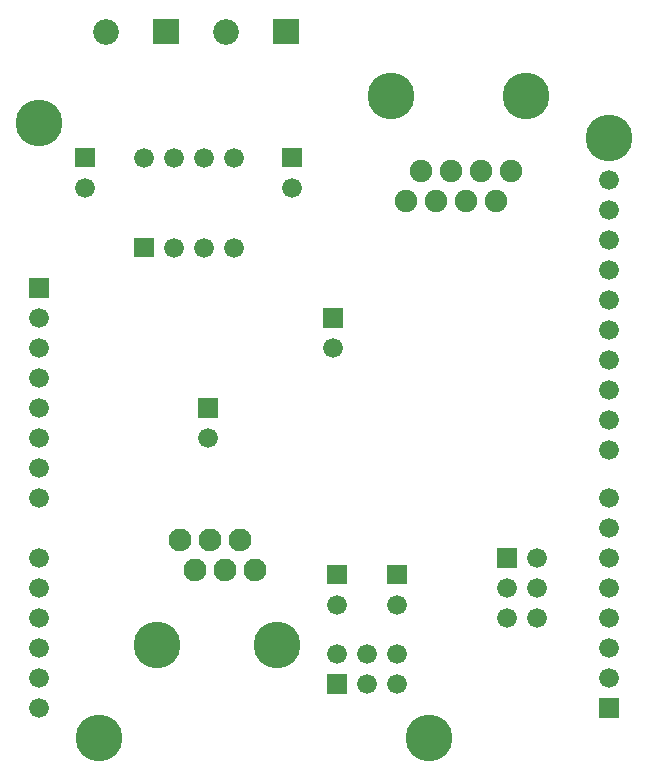
<source format=gbr>
G04 start of page 7 for group -4062 idx -4062 *
G04 Title: (unknown), soldermask *
G04 Creator: pcb 20110918 *
G04 CreationDate: Sat 02 Feb 2013 11:25:27 PM GMT UTC *
G04 For: petersen *
G04 Format: Gerber/RS-274X *
G04 PCB-Dimensions: 211000 271000 *
G04 PCB-Coordinate-Origin: lower left *
%MOIN*%
%FSLAX25Y25*%
%LNBOTTOMMASK*%
%ADD74C,0.0860*%
%ADD73C,0.0760*%
%ADD72C,0.0750*%
%ADD71C,0.0001*%
%ADD70C,0.0660*%
%ADD69C,0.1560*%
G54D69*X200500Y210500D03*
G54D70*Y70500D03*
Y80500D03*
Y90500D03*
Y106500D03*
Y116500D03*
Y126500D03*
Y136500D03*
Y146500D03*
Y156500D03*
Y166500D03*
G54D71*G36*
X42200Y177300D02*Y170700D01*
X48800D01*
Y177300D01*
X42200D01*
G37*
G54D70*X55500Y174000D03*
X65500D03*
X75500D03*
X95000Y194000D03*
G54D71*G36*
X105200Y153800D02*Y147200D01*
X111800D01*
Y153800D01*
X105200D01*
G37*
G54D70*X108500Y140500D03*
G54D71*G36*
X63700Y123800D02*Y117200D01*
X70300D01*
Y123800D01*
X63700D01*
G37*
G54D70*X67000Y110500D03*
G54D72*X133000Y189425D03*
G54D69*X140500Y10500D03*
G54D70*X200500Y176500D03*
G54D71*G36*
X163200Y73800D02*Y67200D01*
X169800D01*
Y73800D01*
X163200D01*
G37*
G36*
X197200Y23800D02*Y17200D01*
X203800D01*
Y23800D01*
X197200D01*
G37*
G54D70*X200500Y30500D03*
Y40500D03*
Y50500D03*
Y60500D03*
X166500D03*
Y50500D03*
X176500Y60500D03*
Y50500D03*
Y70500D03*
G54D73*X57500Y76500D03*
X62500Y66500D03*
X67500Y76500D03*
X72500Y66500D03*
X77500Y76500D03*
X82500Y66500D03*
G54D69*X90000Y41500D03*
G54D70*X110000Y38500D03*
G54D71*G36*
X106700Y31800D02*Y25200D01*
X113300D01*
Y31800D01*
X106700D01*
G37*
G54D70*X120000Y28500D03*
X130000D03*
X120000Y38500D03*
X130000D03*
G54D71*G36*
X126700Y68300D02*Y61700D01*
X133300D01*
Y68300D01*
X126700D01*
G37*
G54D70*X130000Y55000D03*
G54D71*G36*
X106700Y68300D02*Y61700D01*
X113300D01*
Y68300D01*
X106700D01*
G37*
G54D70*X110000Y55000D03*
X200500Y186500D03*
Y196500D03*
G54D72*X168000Y199425D03*
X163000Y189425D03*
X158000Y199425D03*
X153000Y189425D03*
X148000Y199425D03*
X143000Y189425D03*
X138000Y199425D03*
G54D69*X173000Y224425D03*
X128000D03*
X30500Y10500D03*
G54D70*X10500Y70500D03*
Y60500D03*
Y50500D03*
Y40500D03*
Y30500D03*
Y20500D03*
G54D69*X50000Y41500D03*
X10500Y215500D03*
G54D71*G36*
X7200Y163800D02*Y157200D01*
X13800D01*
Y163800D01*
X7200D01*
G37*
G54D70*X10500Y150500D03*
Y140500D03*
Y130500D03*
Y120500D03*
Y110500D03*
Y100500D03*
Y90500D03*
G54D71*G36*
X22700Y207300D02*Y200700D01*
X29300D01*
Y207300D01*
X22700D01*
G37*
G54D70*X26000Y194000D03*
G54D71*G36*
X88700Y250300D02*Y241700D01*
X97300D01*
Y250300D01*
X88700D01*
G37*
G54D74*X73000Y246000D03*
G54D71*G36*
X48700Y250300D02*Y241700D01*
X57300D01*
Y250300D01*
X48700D01*
G37*
G54D74*X33000Y246000D03*
G54D70*X75500Y204000D03*
X65500D03*
X55500D03*
X45500D03*
G54D71*G36*
X91700Y207300D02*Y200700D01*
X98300D01*
Y207300D01*
X91700D01*
G37*
M02*

</source>
